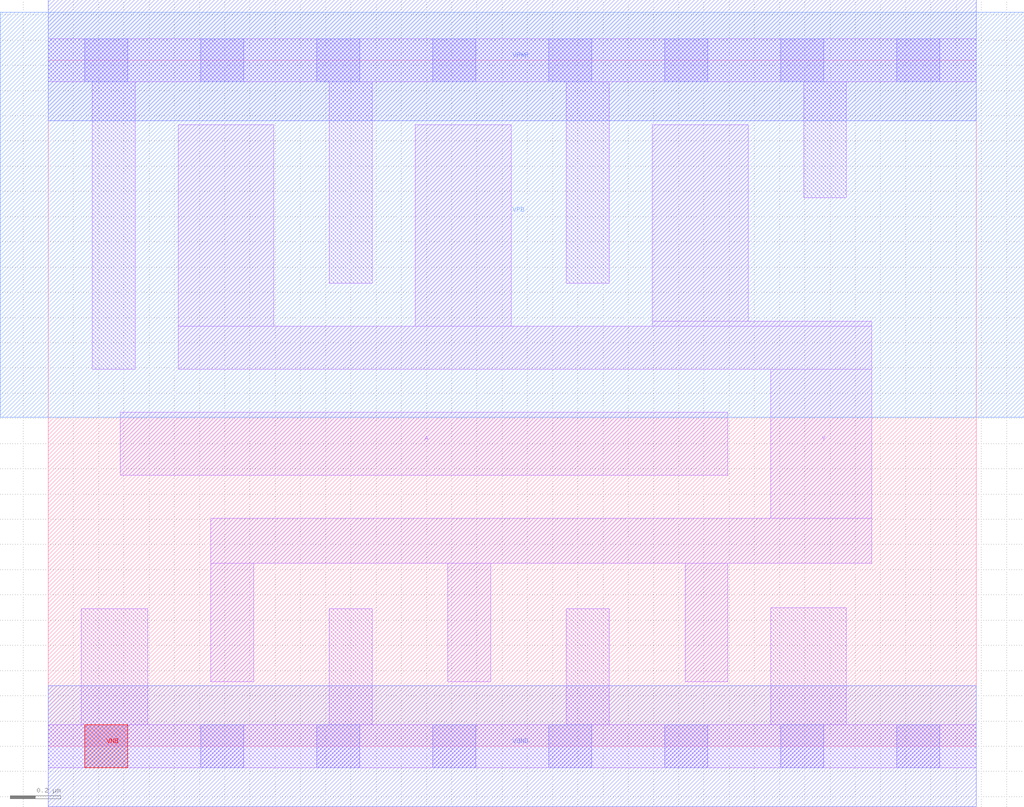
<source format=lef>
# Copyright 2020 The SkyWater PDK Authors
#
# Licensed under the Apache License, Version 2.0 (the "License");
# you may not use this file except in compliance with the License.
# You may obtain a copy of the License at
#
#     https://www.apache.org/licenses/LICENSE-2.0
#
# Unless required by applicable law or agreed to in writing, software
# distributed under the License is distributed on an "AS IS" BASIS,
# WITHOUT WARRANTIES OR CONDITIONS OF ANY KIND, either express or implied.
# See the License for the specific language governing permissions and
# limitations under the License.
#
# SPDX-License-Identifier: Apache-2.0

VERSION 5.7 ;
  NOWIREEXTENSIONATPIN ON ;
  DIVIDERCHAR "/" ;
  BUSBITCHARS "[]" ;
PROPERTYDEFINITIONS
  MACRO maskLayoutSubType STRING ;
  MACRO prCellType STRING ;
  MACRO originalViewName STRING ;
END PROPERTYDEFINITIONS
MACRO sky130_fd_sc_hdll__inv_6
  CLASS CORE ;
  FOREIGN sky130_fd_sc_hdll__inv_6 ;
  ORIGIN  0.000000  0.000000 ;
  SIZE  3.680000 BY  2.720000 ;
  SYMMETRY X Y R90 ;
  SITE unithd ;
  PIN A
    ANTENNAGATEAREA  1.665000 ;
    DIRECTION INPUT ;
    USE SIGNAL ;
    PORT
      LAYER li1 ;
        RECT 0.285000 1.075000 2.695000 1.325000 ;
    END
  END A
  PIN Y
    ANTENNADIFFAREA  1.494000 ;
    DIRECTION OUTPUT ;
    USE SIGNAL ;
    PORT
      LAYER li1 ;
        RECT 0.515000 1.495000 3.265000 1.665000 ;
        RECT 0.515000 1.665000 0.895000 2.465000 ;
        RECT 0.645000 0.255000 0.815000 0.725000 ;
        RECT 0.645000 0.725000 3.265000 0.905000 ;
        RECT 1.455000 1.665000 1.835000 2.465000 ;
        RECT 1.585000 0.255000 1.755000 0.725000 ;
        RECT 2.395000 1.665000 3.265000 1.685000 ;
        RECT 2.395000 1.685000 2.775000 2.465000 ;
        RECT 2.525000 0.255000 2.695000 0.725000 ;
        RECT 2.865000 0.905000 3.265000 1.495000 ;
    END
  END Y
  PIN VGND
    DIRECTION INOUT ;
    USE GROUND ;
    PORT
      LAYER met1 ;
        RECT 0.000000 -0.240000 3.680000 0.240000 ;
    END
  END VGND
  PIN VNB
    DIRECTION INOUT ;
    USE GROUND ;
    PORT
      LAYER pwell ;
        RECT 0.145000 -0.085000 0.315000 0.085000 ;
    END
  END VNB
  PIN VPB
    DIRECTION INOUT ;
    USE POWER ;
    PORT
      LAYER nwell ;
        RECT -0.190000 1.305000 3.870000 2.910000 ;
    END
  END VPB
  PIN VPWR
    DIRECTION INOUT ;
    USE POWER ;
    PORT
      LAYER met1 ;
        RECT 0.000000 2.480000 3.680000 2.960000 ;
    END
  END VPWR
  OBS
    LAYER li1 ;
      RECT 0.000000 -0.085000 3.680000 0.085000 ;
      RECT 0.000000  2.635000 3.680000 2.805000 ;
      RECT 0.130000  0.085000 0.395000 0.545000 ;
      RECT 0.175000  1.495000 0.345000 2.635000 ;
      RECT 1.115000  0.085000 1.285000 0.545000 ;
      RECT 1.115000  1.835000 1.285000 2.635000 ;
      RECT 2.055000  0.085000 2.225000 0.545000 ;
      RECT 2.055000  1.835000 2.225000 2.635000 ;
      RECT 2.865000  0.085000 3.165000 0.550000 ;
      RECT 2.995000  2.175000 3.165000 2.635000 ;
    LAYER mcon ;
      RECT 0.145000 -0.085000 0.315000 0.085000 ;
      RECT 0.145000  2.635000 0.315000 2.805000 ;
      RECT 0.605000 -0.085000 0.775000 0.085000 ;
      RECT 0.605000  2.635000 0.775000 2.805000 ;
      RECT 1.065000 -0.085000 1.235000 0.085000 ;
      RECT 1.065000  2.635000 1.235000 2.805000 ;
      RECT 1.525000 -0.085000 1.695000 0.085000 ;
      RECT 1.525000  2.635000 1.695000 2.805000 ;
      RECT 1.985000 -0.085000 2.155000 0.085000 ;
      RECT 1.985000  2.635000 2.155000 2.805000 ;
      RECT 2.445000 -0.085000 2.615000 0.085000 ;
      RECT 2.445000  2.635000 2.615000 2.805000 ;
      RECT 2.905000 -0.085000 3.075000 0.085000 ;
      RECT 2.905000  2.635000 3.075000 2.805000 ;
      RECT 3.365000 -0.085000 3.535000 0.085000 ;
      RECT 3.365000  2.635000 3.535000 2.805000 ;
  END
  PROPERTY maskLayoutSubType "abstract" ;
  PROPERTY prCellType "standard" ;
  PROPERTY originalViewName "layout" ;
END sky130_fd_sc_hdll__inv_6
END LIBRARY

</source>
